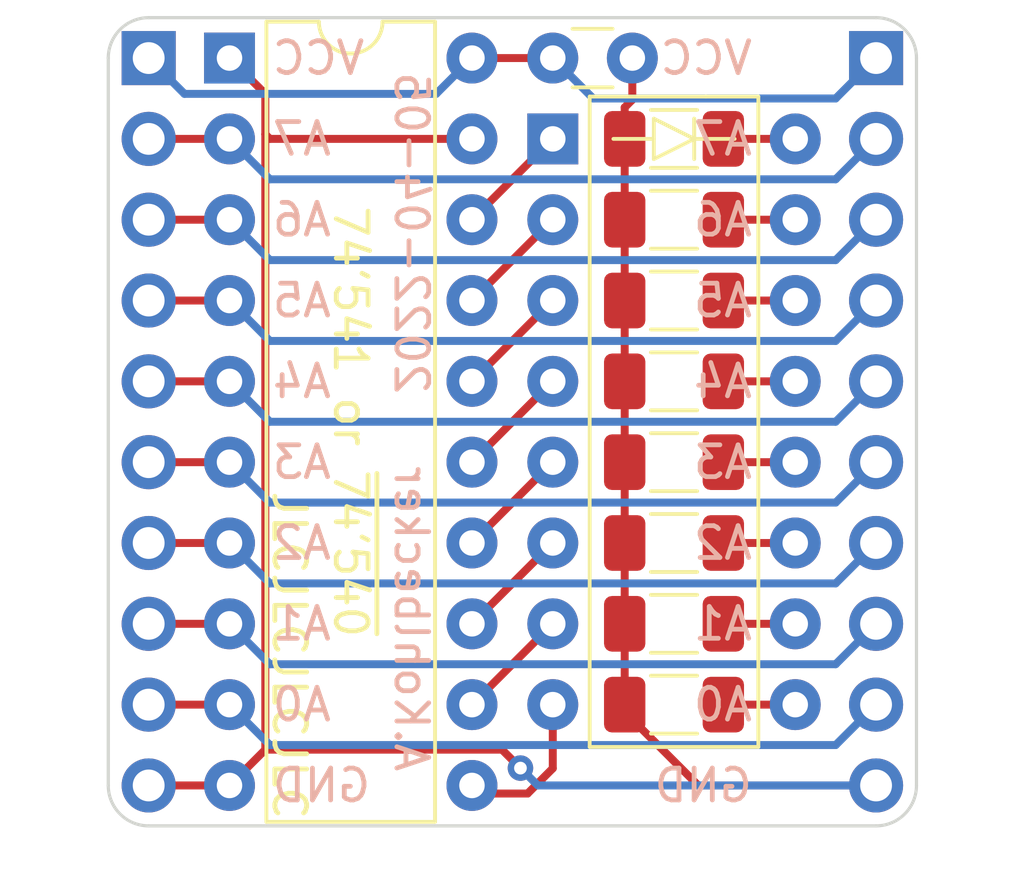
<source format=kicad_pcb>
(kicad_pcb (version 20211014) (generator pcbnew)
  (layers (0 "F.Cu" signal) (31 "B.Cu" signal) (34 "B.Paste" user) (35 "F.Paste" user) (36 "B.SilkS" user "B.Silkscreen") (37 "F.SilkS" user "F.Silkscreen") (38 "B.Mask" user) (39 "F.Mask" user) (44 "Edge.Cuts" user))
  (net 0 "")
  (net 1 "Net-(BAR1-Pad1)")
  (net 2 "Net-(BAR1-Pad9)")
  (net 3 "Net-(BAR1-Pad2)")
  (net 4 "Net-(BAR1-Pad10)")
  (net 5 "Net-(BAR1-Pad3)")
  (net 6 "Net-(BAR1-Pad11)")
  (net 7 "Net-(BAR1-Pad4)")
  (net 8 "Net-(BAR1-Pad12)")
  (net 9 "Net-(BAR1-Pad5)")
  (net 10 "Net-(BAR1-Pad13)")
  (net 11 "Net-(BAR1-Pad6)")
  (net 12 "Net-(BAR1-Pad14)")
  (net 13 "Net-(BAR1-Pad7)")
  (net 14 "Net-(BAR1-Pad15)")
  (net 15 "Net-(BAR1-Pad8)")
  (net 16 "Net-(BAR1-Pad16)")
  (net 17 "VCC")
  (net 18 "GND")
  (net 19 "/A0")
  (net 20 "/A1")
  (net 21 "/A2")
  (net 22 "/A3")
  (net 23 "/A4")
  (net 24 "/A5")
  (net 25 "/A6")
  (net 26 "/A7")
  (footprint "Resistor_SMD:R_1206_3216Metric_Pad1.30x1.75mm_HandSolder" (layer "F.Cu") (at 156.21 142.24 180)
    (fp_text reference "R7" hide)
    (fp_text value "1k")
    (fp_line (start -0.727064 -0.91) (end 0.727064 -0.91) (layer "F.SilkS") (width 0.12))
    (fp_line (start -0.727064 0.91) (end 0.727064 0.91) (layer "F.SilkS") (width 0.12))
    (pad "1" smd roundrect locked (at -1.55 0 180) (size 1.3 1.75) (layers "F.Cu" "F.Paste" "F.Mask") (roundrect_rratio 0.1923076923) (net 4 "Net-(BAR1-Pad10)"))
    (pad "2" smd roundrect locked (at 1.55 0 180) (size 1.3 1.75) (layers "F.Cu" "F.Paste" "F.Mask") (roundrect_rratio 0.1923076923) (net 18 "GND"))
  )
  (footprint "Capacitor_THT:C_Disc_D3.0mm_W1.6mm_P2.50mm" (layer "F.Cu") (at 152.4 124.46)
    (fp_text reference "C1" hide)
    (fp_text value "100n")
    (fp_line (start 0.621 0.92) (end 1.879 0.92) (layer "F.SilkS") (width 0.12))
    (fp_line (start 0.621 -0.92) (end 1.879 -0.92) (layer "F.SilkS") (width 0.12))
    (pad "1" thru_hole circle locked (at 0 0) (size 1.6 1.6) (drill 0.8) (layers *.Cu *.Mask) (net 17 "VCC"))
    (pad "2" thru_hole circle locked (at 2.5 0) (size 1.6 1.6) (drill 0.8) (layers *.Cu *.Mask) (net 18 "GND"))
  )
  (footprint "Package_DIP:DIP-16_W7.62mm" (layer "F.Cu") (at 152.4 127)
    (fp_text reference "BAR1" hide)
    (fp_text value "Yellow")
    (fp_line (start 1.16 -1.33) (end 1.16 19.11) (layer "F.SilkS") (width 0.12))
    (fp_line (start 4.445 0) (end 5.715 0) (layer "F.SilkS") (width 0.12))
    (fp_line (start 4.445 0) (end 4.445 -0.635) (layer "F.SilkS") (width 0.12))
    (fp_line (start 4.81 -1.33) (end 1.16 -1.33) (layer "F.SilkS") (width 0.12))
    (fp_line (start 1.16 19.11) (end 6.46 19.11) (layer "F.SilkS") (width 0.12))
    (fp_line (start 6.46 19.11) (end 6.46 -1.33) (layer "F.SilkS") (width 0.12))
    (fp_line (start 3.175 -0.635) (end 3.175 0.635) (layer "F.SilkS") (width 0.12))
    (fp_line (start 6.46 -1.33) (end 4.81 -1.33) (layer "F.SilkS") (width 0.12))
    (fp_line (start 3.175 0.635) (end 4.445 0) (layer "F.SilkS") (width 0.12))
    (fp_line (start 4.445 -0.635) (end 4.445 0) (layer "F.SilkS") (width 0.12))
    (fp_line (start 3.175 0) (end 1.905 0) (layer "F.SilkS") (width 0.12))
    (fp_line (start 4.445 0) (end 4.445 0.635) (layer "F.SilkS") (width 0.12))
    (fp_line (start 4.445 0) (end 3.175 -0.635) (layer "F.SilkS") (width 0.12))
    (pad "1" thru_hole rect (at 0 0) (size 1.6 1.6) (drill 0.8) (layers *.Cu *.Mask) (net 1 "Net-(BAR1-Pad1)"))
    (pad "2" thru_hole oval (at 0 2.54) (size 1.6 1.6) (drill 0.8) (layers *.Cu *.Mask) (net 3 "Net-(BAR1-Pad2)"))
    (pad "3" thru_hole oval (at 0 5.08) (size 1.6 1.6) (drill 0.8) (layers *.Cu *.Mask) (net 5 "Net-(BAR1-Pad3)"))
    (pad "4" thru_hole oval (at 0 7.62) (size 1.6 1.6) (drill 0.8) (layers *.Cu *.Mask) (net 7 "Net-(BAR1-Pad4)"))
    (pad "5" thru_hole oval (at 0 10.16) (size 1.6 1.6) (drill 0.8) (layers *.Cu *.Mask) (net 9 "Net-(BAR1-Pad5)"))
    (pad "6" thru_hole oval (at 0 12.7) (size 1.6 1.6) (drill 0.8) (layers *.Cu *.Mask) (net 11 "Net-(BAR1-Pad6)"))
    (pad "7" thru_hole oval (at 0 15.24) (size 1.6 1.6) (drill 0.8) (layers *.Cu *.Mask) (net 13 "Net-(BAR1-Pad7)"))
    (pad "8" thru_hole oval (at 0 17.78) (size 1.6 1.6) (drill 0.8) (layers *.Cu *.Mask) (net 15 "Net-(BAR1-Pad8)"))
    (pad "9" thru_hole oval (at 7.62 17.78) (size 1.6 1.6) (drill 0.8) (layers *.Cu *.Mask) (net 2 "Net-(BAR1-Pad9)"))
    (pad "10" thru_hole oval (at 7.62 15.24) (size 1.6 1.6) (drill 0.8) (layers *.Cu *.Mask) (net 4 "Net-(BAR1-Pad10)"))
    (pad "11" thru_hole oval (at 7.62 12.7) (size 1.6 1.6) (drill 0.8) (layers *.Cu *.Mask) (net 6 "Net-(BAR1-Pad11)"))
    (pad "12" thru_hole oval (at 7.62 10.16) (size 1.6 1.6) (drill 0.8) (layers *.Cu *.Mask) (net 8 "Net-(BAR1-Pad12)"))
    (pad "13" thru_hole oval (at 7.62 7.62) (size 1.6 1.6) (drill 0.8) (layers *.Cu *.Mask) (net 10 "Net-(BAR1-Pad13)"))
    (pad "14" thru_hole oval (at 7.62 5.08) (size 1.6 1.6) (drill 0.8) (layers *.Cu *.Mask) (net 12 "Net-(BAR1-Pad14)"))
    (pad "15" thru_hole oval (at 7.62 2.54) (size 1.6 1.6) (drill 0.8) (layers *.Cu *.Mask) (net 14 "Net-(BAR1-Pad15)"))
    (pad "16" thru_hole oval (at 7.62 0) (size 1.6 1.6) (drill 0.8) (layers *.Cu *.Mask) (net 16 "Net-(BAR1-Pad16)"))
  )
  (footprint "Package_DIP:DIP-20_W7.62mm" (layer "F.Cu") (at 142.24 124.46)
    (fp_text reference "U1" hide)
    (fp_text value "74LS541")
    (fp_line (start 2.81 -1.143) (end 1.16 -1.143) (layer "F.SilkS") (width 0.12))
    (fp_line (start 1.16 -1.143) (end 1.16 24.003) (layer "F.SilkS") (width 0.12))
    (fp_line (start 6.46 24.003) (end 6.46 -1.143) (layer "F.SilkS") (width 0.12))
    (fp_line (start 1.16 24.003) (end 6.46 24.003) (layer "F.SilkS") (width 0.12))
    (fp_line (start 6.46 -1.143) (end 4.81 -1.143) (layer "F.SilkS") (width 0.12))
    (fp_arc (start 4.81 -1.143) (mid 3.81 -0.143) (end 2.81 -1.143) (layer "F.SilkS") (width 0.12))
    (pad "1" thru_hole rect (at 0 0) (size 1.6 1.6) (drill 0.8) (layers *.Cu *.Mask) (net 18 "GND"))
    (pad "2" thru_hole oval (at 0 2.54) (size 1.6 1.6) (drill 0.8) (layers *.Cu *.Mask) (net 19 "/A0"))
    (pad "3" thru_hole oval (at 0 5.08) (size 1.6 1.6) (drill 0.8) (layers *.Cu *.Mask) (net 20 "/A1"))
    (pad "4" thru_hole oval (at 0 7.62) (size 1.6 1.6) (drill 0.8) (layers *.Cu *.Mask) (net 21 "/A2"))
    (pad "5" thru_hole oval (at 0 10.16) (size 1.6 1.6) (drill 0.8) (layers *.Cu *.Mask) (net 22 "/A3"))
    (pad "6" thru_hole oval (at 0 12.7) (size 1.6 1.6) (drill 0.8) (layers *.Cu *.Mask) (net 23 "/A4"))
    (pad "7" thru_hole oval (at 0 15.24) (size 1.6 1.6) (drill 0.8) (layers *.Cu *.Mask) (net 24 "/A5"))
    (pad "8" thru_hole oval (at 0 17.78) (size 1.6 1.6) (drill 0.8) (layers *.Cu *.Mask) (net 25 "/A6"))
    (pad "9" thru_hole oval (at 0 20.32) (size 1.6 1.6) (drill 0.8) (layers *.Cu *.Mask) (net 26 "/A7"))
    (pad "10" thru_hole oval (at 0 22.86) (size 1.6 1.6) (drill 0.8) (layers *.Cu *.Mask) (net 18 "GND"))
    (pad "11" thru_hole oval (at 7.62 22.86) (size 1.6 1.6) (drill 0.8) (layers *.Cu *.Mask) (net 15 "Net-(BAR1-Pad8)"))
    (pad "12" thru_hole oval (at 7.62 20.32) (size 1.6 1.6) (drill 0.8) (layers *.Cu *.Mask) (net 13 "Net-(BAR1-Pad7)"))
    (pad "13" thru_hole oval (at 7.62 17.78) (size 1.6 1.6) (drill 0.8) (layers *.Cu *.Mask) (net 11 "Net-(BAR1-Pad6)"))
    (pad "14" thru_hole oval (at 7.62 15.24) (size 1.6 1.6) (drill 0.8) (layers *.Cu *.Mask) (net 9 "Net-(BAR1-Pad5)"))
    (pad "15" thru_hole oval (at 7.62 12.7) (size 1.6 1.6) (drill 0.8) (layers *.Cu *.Mask) (net 7 "Net-(BAR1-Pad4)"))
    (pad "16" thru_hole oval (at 7.62 10.16) (size 1.6 1.6) (drill 0.8) (layers *.Cu *.Mask) (net 5 "Net-(BAR1-Pad3)"))
    (pad "17" thru_hole oval (at 7.62 7.62) (size 1.6 1.6) (drill 0.8) (layers *.Cu *.Mask) (net 3 "Net-(BAR1-Pad2)"))
    (pad "18" thru_hole oval (at 7.62 5.08) (size 1.6 1.6) (drill 0.8) (layers *.Cu *.Mask) (net 1 "Net-(BAR1-Pad1)"))
    (pad "19" thru_hole oval (at 7.62 2.54) (size 1.6 1.6) (drill 0.8) (layers *.Cu *.Mask) (net 18 "GND"))
    (pad "20" thru_hole oval (at 7.62 0) (size 1.6 1.6) (drill 0.8) (layers *.Cu *.Mask) (net 17 "VCC"))
  )
  (footprint "Resistor_SMD:R_1206_3216Metric_Pad1.30x1.75mm_HandSolder" (layer "F.Cu") (at 156.21 144.78 180)
    (fp_text reference "R8" hide)
    (fp_text value "1k")
    (fp_line (start -0.727064 -0.91) (end 0.727064 -0.91) (layer "F.SilkS") (width 0.12))
    (fp_line (start -0.727064 0.91) (end 0.727064 0.91) (layer "F.SilkS") (width 0.12))
    (pad "1" smd roundrect locked (at -1.55 0 180) (size 1.3 1.75) (layers "F.Cu" "F.Paste" "F.Mask") (roundrect_rratio 0.1923076923) (net 2 "Net-(BAR1-Pad9)"))
    (pad "2" smd roundrect locked (at 1.55 0 180) (size 1.3 1.75) (layers "F.Cu" "F.Paste" "F.Mask") (roundrect_rratio 0.1923076923) (net 18 "GND"))
  )
  (footprint "Resistor_SMD:R_1206_3216Metric_Pad1.30x1.75mm_HandSolder" (layer "F.Cu") (at 156.21 139.7 180)
    (fp_text reference "R6" hide)
    (fp_text value "1k")
    (fp_line (start -0.727064 -0.91) (end 0.727064 -0.91) (layer "F.SilkS") (width 0.12))
    (fp_line (start -0.727064 0.91) (end 0.727064 0.91) (layer "F.SilkS") (width 0.12))
    (pad "1" smd roundrect locked (at -1.55 0 180) (size 1.3 1.75) (layers "F.Cu" "F.Paste" "F.Mask") (roundrect_rratio 0.1923076923) (net 6 "Net-(BAR1-Pad11)"))
    (pad "2" smd roundrect locked (at 1.55 0 180) (size 1.3 1.75) (layers "F.Cu" "F.Paste" "F.Mask") (roundrect_rratio 0.1923076923) (net 18 "GND"))
  )
  (footprint "Resistor_SMD:R_1206_3216Metric_Pad1.30x1.75mm_HandSolder" (layer "F.Cu") (at 156.21 137.16 180)
    (fp_text reference "R5" hide)
    (fp_text value "1k")
    (fp_line (start -0.727064 0.91) (end 0.727064 0.91) (layer "F.SilkS") (width 0.12))
    (fp_line (start -0.727064 -0.91) (end 0.727064 -0.91) (layer "F.SilkS") (width 0.12))
    (pad "1" smd roundrect locked (at -1.55 0 180) (size 1.3 1.75) (layers "F.Cu" "F.Paste" "F.Mask") (roundrect_rratio 0.1923076923) (net 8 "Net-(BAR1-Pad12)"))
    (pad "2" smd roundrect locked (at 1.55 0 180) (size 1.3 1.75) (layers "F.Cu" "F.Paste" "F.Mask") (roundrect_rratio 0.1923076923) (net 18 "GND"))
  )
  (footprint "Resistor_SMD:R_1206_3216Metric_Pad1.30x1.75mm_HandSolder" (layer "F.Cu") (at 156.21 127 180)
    (fp_text reference "R1" hide)
    (fp_text value "1k")
    (fp_line (start -0.727064 0.91) (end 0.727064 0.91) (layer "F.SilkS") (width 0.12))
    (fp_line (start -0.727064 -0.91) (end 0.727064 -0.91) (layer "F.SilkS") (width 0.12))
    (pad "1" smd roundrect locked (at -1.55 0 180) (size 1.3 1.75) (layers "F.Cu" "F.Paste" "F.Mask") (roundrect_rratio 0.1923076923) (net 16 "Net-(BAR1-Pad16)"))
    (pad "2" smd roundrect locked (at 1.55 0 180) (size 1.3 1.75) (layers "F.Cu" "F.Paste" "F.Mask") (roundrect_rratio 0.1923076923) (net 18 "GND"))
  )
  (footprint "Resistor_SMD:R_1206_3216Metric_Pad1.30x1.75mm_HandSolder" (layer "F.Cu") (at 156.21 129.54 180)
    (fp_text reference "R2" hide)
    (fp_text value "1k")
    (fp_line (start -0.727064 0.91) (end 0.727064 0.91) (layer "F.SilkS") (width 0.12))
    (fp_line (start -0.727064 -0.91) (end 0.727064 -0.91) (layer "F.SilkS") (width 0.12))
    (pad "1" smd roundrect locked (at -1.55 0 180) (size 1.3 1.75) (layers "F.Cu" "F.Paste" "F.Mask") (roundrect_rratio 0.1923076923) (net 14 "Net-(BAR1-Pad15)"))
    (pad "2" smd roundrect locked (at 1.55 0 180) (size 1.3 1.75) (layers "F.Cu" "F.Paste" "F.Mask") (roundrect_rratio 0.1923076923) (net 18 "GND"))
  )
  (footprint "Resistor_SMD:R_1206_3216Metric_Pad1.30x1.75mm_HandSolder" (layer "F.Cu") (at 156.21 132.08 180)
    (fp_text reference "R3" hide)
    (fp_text value "1k")
    (fp_line (start -0.727064 -0.91) (end 0.727064 -0.91) (layer "F.SilkS") (width 0.12))
    (fp_line (start -0.727064 0.91) (end 0.727064 0.91) (layer "F.SilkS") (width 0.12))
    (pad "1" smd roundrect locked (at -1.55 0 180) (size 1.3 1.75) (layers "F.Cu" "F.Paste" "F.Mask") (roundrect_rratio 0.1923076923) (net 12 "Net-(BAR1-Pad14)"))
    (pad "2" smd roundrect locked (at 1.55 0 180) (size 1.3 1.75) (layers "F.Cu" "F.Paste" "F.Mask") (roundrect_rratio 0.1923076923) (net 18 "GND"))
  )
  (footprint "Resistor_SMD:R_1206_3216Metric_Pad1.30x1.75mm_HandSolder" (layer "F.Cu") (at 156.21 134.62 180)
    (fp_text reference "R4" hide)
    (fp_text value "1k")
    (fp_line (start -0.727064 0.91) (end 0.727064 0.91) (layer "F.SilkS") (width 0.12))
    (fp_line (start -0.727064 -0.91) (end 0.727064 -0.91) (layer "F.SilkS") (width 0.12))
    (pad "1" smd roundrect locked (at -1.55 0 180) (size 1.3 1.75) (layers "F.Cu" "F.Paste" "F.Mask") (roundrect_rratio 0.1923076923) (net 10 "Net-(BAR1-Pad13)"))
    (pad "2" smd roundrect locked (at 1.55 0 180) (size 1.3 1.75) (layers "F.Cu" "F.Paste" "F.Mask") (roundrect_rratio 0.1923076923) (net 18 "GND"))
  )
  (footprint "Connector_PinHeader_2.54mm:PinHeader_1x10_P2.54mm_Vertical" (layer "B.Cu") (at 139.7 124.46 180)
    (fp_text reference "J1" hide)
    (fp_text value "Conn_01x10")
    (pad "1" thru_hole rect (at 0 0 180) (size 1.7 1.7) (drill 1) (layers *.Cu *.Mask) (net 17 "VCC"))
    (pad "2" thru_hole oval (at 0 -2.54 180) (size 1.7 1.7) (drill 1) (layers *.Cu *.Mask) (net 19 "/A0"))
    (pad "3" thru_hole oval (at 0 -5.08 180) (size 1.7 1.7) (drill 1) (layers *.Cu *.Mask) (net 20 "/A1"))
    (pad "4" thru_hole oval (at 0 -7.62 180) (size 1.7 1.7) (drill 1) (layers *.Cu *.Mask) (net 21 "/A2"))
    (pad "5" thru_hole oval (at 0 -10.16 180) (size 1.7 1.7) (drill 1) (layers *.Cu *.Mask) (net 22 "/A3"))
    (pad "6" thru_hole oval (at 0 -12.7 180) (size 1.7 1.7) (drill 1) (layers *.Cu *.Mask) (net 23 "/A4"))
    (pad "7" thru_hole oval (at 0 -15.24 180) (size 1.7 1.7) (drill 1) (layers *.Cu *.Mask) (net 24 "/A5"))
    (pad "8" thru_hole oval (at 0 -17.78 180) (size 1.7 1.7) (drill 1) (layers *.Cu *.Mask) (net 25 "/A6"))
    (pad "9" thru_hole oval (at 0 -20.32 180) (size 1.7 1.7) (drill 1) (layers *.Cu *.Mask) (net 26 "/A7"))
    (pad "10" thru_hole oval (at 0 -22.86 180) (size 1.7 1.7) (drill 1) (layers *.Cu *.Mask) (net 18 "GND"))
  )
  (footprint "Connector_PinHeader_2.54mm:PinHeader_1x10_P2.54mm_Vertical" (layer "B.Cu") (at 162.56 124.46 180)
    (fp_text reference "J2" hide)
    (fp_text value "Conn_01x10")
    (pad "1" thru_hole rect (at 0 0 180) (size 1.7 1.7) (drill 1) (layers *.Cu *.Mask) (net 17 "VCC"))
    (pad "2" thru_hole oval (at 0 -2.54 180) (size 1.7 1.7) (drill 1) (layers *.Cu *.Mask) (net 19 "/A0"))
    (pad "3" thru_hole oval (at 0 -5.08 180) (size 1.7 1.7) (drill 1) (layers *.Cu *.Mask) (net 20 "/A1"))
    (pad "4" thru_hole oval (at 0 -7.62 180) (size 1.7 1.7) (drill 1) (layers *.Cu *.Mask) (net 21 "/A2"))
    (pad "5" thru_hole oval (at 0 -10.16 180) (size 1.7 1.7) (drill 1) (layers *.Cu *.Mask) (net 22 "/A3"))
    (pad "6" thru_hole oval (at 0 -12.7 180) (size 1.7 1.7) (drill 1) (layers *.Cu *.Mask) (net 23 "/A4"))
    (pad "7" thru_hole oval (at 0 -15.24 180) (size 1.7 1.7) (drill 1) (layers *.Cu *.Mask) (net 24 "/A5"))
    (pad "8" thru_hole oval (at 0 -17.78 180) (size 1.7 1.7) (drill 1) (layers *.Cu *.Mask) (net 25 "/A6"))
    (pad "9" thru_hole oval (at 0 -20.32 180) (size 1.7 1.7) (drill 1) (layers *.Cu *.Mask) (net 26 "/A7"))
    (pad "10" thru_hole oval (at 0 -22.86 180) (size 1.7 1.7) (drill 1) (layers *.Cu *.Mask) (net 18 "GND"))
  )
  (gr_line (start 138.43 147.32) (end 138.43 124.46) (layer "Edge.Cuts") (width 0.1))
  (gr_arc (start 139.7 148.59) (mid 138.801974 148.218026) (end 138.43 147.32) (layer "Edge.Cuts") (width 0.1))
  (gr_arc (start 162.56 123.19) (mid 163.458026 123.561974) (end 163.83 124.46) (layer "Edge.Cuts") (width 0.1))
  (gr_line (start 162.56 148.59) (end 139.7 148.59) (layer "Edge.Cuts") (width 0.1))
  (gr_line (start 139.7 123.19) (end 162.56 123.19) (layer "Edge.Cuts") (width 0.1))
  (gr_line (start 163.83 124.46) (end 163.83 147.32) (layer "Edge.Cuts") (width 0.1))
  (gr_arc (start 138.43 124.46) (mid 138.801974 123.561974) (end 139.7 123.19) (layer "Edge.Cuts") (width 0.1))
  (gr_arc (start 163.83 147.32) (mid 163.458026 148.218026) (end 162.56 148.59) (layer "Edge.Cuts") (width 0.1))
  (gr_text "GND" (at 143.51 147.32) (layer "B.SilkS") (effects (font (size 1 1)) (justify right mirror)))
  (gr_text "A7" (at 143.51 127) (layer "B.SilkS") (effects (font (size 1 1)) (justify right mirror)))
  (gr_text "A.Kohlbecker   2022-04-05" (at 147.955 135.89 270) (layer "B.SilkS") (effects (font (size 1 1)) (justify mirror)))
  (gr_text "A5" (at 143.51 132.08) (layer "B.SilkS") (effects (font (size 1 1)) (justify right mirror)))
  (gr_text "VCC" (at 143.51 124.46) (layer "B.SilkS") (effects (font (size 1 1)) (justify right mirror)))
  (gr_text "A3" (at 158.75 137.16) (layer "B.SilkS") (effects (font (size 1 1)) (justify left mirror)))
  (gr_text "A0" (at 143.51 144.78) (layer "B.SilkS") (effects (font (size 1 1)) (justify right mirror)))
  (gr_text "A7" (at 158.75 127) (layer "B.SilkS") (effects (font (size 1 1)) (justify left mirror)))
  (gr_text "GND" (at 158.75 147.32) (layer "B.SilkS") (effects (font (size 1 1)) (justify left mirror)))
  (gr_text "A6" (at 143.51 129.54) (layer "B.SilkS") (effects (font (size 1 1)) (justify right mirror)))
  (gr_text "A1" (at 143.51 142.24) (layer "B.SilkS") (effects (font (size 1 1)) (justify right mirror)))
  (gr_text "A1" (at 158.75 142.24) (layer "B.SilkS") (effects (font (size 1 1)) (justify left mirror)))
  (gr_text "A4" (at 143.51 134.62) (layer "B.SilkS") (effects (font (size 1 1)) (justify right mirror)))
  (gr_text "VCC" (at 158.75 124.46) (layer "B.SilkS") (effects (font (size 1 1)) (justify left mirror)))
  (gr_text "A2" (at 143.51 139.7) (layer "B.SilkS") (effects (font (size 1 1)) (justify right mirror)))
  (gr_text "A5" (at 158.75 132.08) (layer "B.SilkS") (effects (font (size 1 1)) (justify left mirror)))
  (gr_text "A6" (at 158.75 129.54) (layer "B.SilkS") (effects (font (size 1 1)) (justify left mirror)))
  (gr_text "A0" (at 158.75 144.78) (layer "B.SilkS") (effects (font (size 1 1)) (justify left mirror)))
  (gr_text "A2" (at 158.75 139.7) (layer "B.SilkS") (effects (font (size 1 1)) (justify left mirror)))
  (gr_text "A4" (at 158.75 134.62) (layer "B.SilkS") (effects (font (size 1 1)) (justify left mirror)))
  (gr_text "A3" (at 143.51 137.16) (layer "B.SilkS") (effects (font (size 1 1)) (justify right mirror)))
  (gr_text "74'541 or ~{74'540}" (at 146.05 135.89 270) (layer "F.SilkS") (effects (font (size 1 1))))
  (gr_text "JLCJLCJLCJLC" (at 144.1196 143.2306 270) (layer "F.SilkS") (effects (font (size 1 1))))
  (segment (start 149.86 129.54) (end 152.4 127) (width 0.25) (layer "F.Cu") (net 1))
  (segment (start 157.76 144.78) (end 160.02 144.78) (width 0.25) (layer "F.Cu") (net 2))
  (segment (start 149.86 132.08) (end 152.4 129.54) (width 0.25) (layer "F.Cu") (net 3))
  (segment (start 157.76 142.24) (end 160.02 142.24) (width 0.25) (layer "F.Cu") (net 4))
  (segment (start 149.86 134.62) (end 152.4 132.08) (width 0.25) (layer "F.Cu") (net 5))
  (segment (start 160.02 139.7) (end 157.76 139.7) (width 0.25) (layer "F.Cu") (net 6))
  (segment (start 149.86 137.16) (end 152.4 134.62) (width 0.25) (layer "F.Cu") (net 7))
  (segment (start 157.76 137.16) (end 160.02 137.16) (width 0.25) (layer "F.Cu") (net 8))
  (segment (start 149.86 139.7) (end 152.4 137.16) (width 0.25) (layer "F.Cu") (net 9))
  (segment (start 160.02 134.62) (end 157.76 134.62) (width 0.25) (layer "F.Cu") (net 10))
  (segment (start 149.86 142.24) (end 152.4 139.7) (width 0.25) (layer "F.Cu") (net 11))
  (segment (start 157.76 132.08) (end 160.02 132.08) (width 0.25) (layer "F.Cu") (net 12))
  (segment (start 149.86 144.78) (end 152.4 142.24) (width 0.25) (layer "F.Cu") (net 13))
  (segment (start 157.76 129.54) (end 160.02 129.54) (width 0.25) (layer "F.Cu") (net 14))
  (segment (start 151.609098 147.574) (end 152.4 146.783098) (width 0.25) (layer "F.Cu") (net 15))
  (segment (start 149.86 147.32) (end 150.114 147.574) (width 0.25) (layer "F.Cu") (net 15))
  (segment (start 150.114 147.574) (end 151.609098 147.574) (width 0.25) (layer "F.Cu") (net 15))
  (segment (start 152.4 146.783098) (end 152.4 144.78) (width 0.25) (layer "F.Cu") (net 15))
  (segment (start 157.76 127) (end 160.02 127) (width 0.25) (layer "F.Cu") (net 16))
  (segment (start 149.86 124.46) (end 152.4 124.46) (width 0.25) (layer "F.Cu") (net 17))
  (segment (start 162.56 124.46) (end 161.29 125.73) (width 0.25) (layer "B.Cu") (net 17))
  (segment (start 140.825 125.585) (end 148.735 125.585) (width 0.25) (layer "B.Cu") (net 17))
  (segment (start 153.67 125.73) (end 152.4 124.46) (width 0.25) (layer "B.Cu") (net 17))
  (segment (start 139.7 124.46) (end 140.825 125.585) (width 0.25) (layer "B.Cu") (net 17))
  (segment (start 148.735 125.585) (end 149.86 124.46) (width 0.25) (layer "B.Cu") (net 17))
  (segment (start 161.29 125.73) (end 153.67 125.73) (width 0.25) (layer "B.Cu") (net 17))
  (segment (start 143.365 125.585) (end 142.24 124.46) (width 0.25) (layer "F.Cu") (net 18))
  (segment (start 150.8045 146.195) (end 151.384 146.7745) (width 0.25) (layer "F.Cu") (net 18))
  (segment (start 143.365 126.855) (end 143.365 125.585) (width 0.25) (layer "F.Cu") (net 18))
  (segment (start 143.365 146.195) (end 150.8045 146.195) (width 0.25) (layer "F.Cu") (net 18))
  (segment (start 154.9 124.46) (end 154.9 125.77) (width 0.25) (layer "F.Cu") (net 18))
  (segment (start 139.7 147.32) (end 142.24 147.32) (width 0.25) (layer "F.Cu") (net 18))
  (segment (start 143.365 126.855) (end 143.51 127) (width 0.25) (layer "F.Cu") (net 18))
  (segment (start 154.66 127) (end 154.66 126.01) (width 0.25) (layer "F.Cu") (net 18))
  (segment (start 154.66 127) (end 154.66 144.78) (width 0.25) (layer "F.Cu") (net 18))
  (segment (start 156.972 147.32) (end 154.66 145.008) (width 0.25) (layer "F.Cu") (net 18))
  (segment (start 143.365 146.195) (end 143.365 126.855) (width 0.25) (layer "F.Cu") (net 18))
  (segment (start 154.66 145.008) (end 154.66 144.78) (width 0.25) (layer "F.Cu") (net 18))
  (segment (start 162.56 147.32) (end 156.972 147.32) (width 0.25) (layer "F.Cu") (net 18))
  (segment (start 154.9 125.77) (end 154.66 126.01) (width 0.25) (layer "F.Cu") (net 18))
  (segment (start 143.51 127) (end 149.86 127) (width 0.25) (layer "F.Cu") (net 18))
  (segment (start 142.24 147.32) (end 143.365 146.195) (width 0.25) (layer "F.Cu") (net 18))
  (via (at 151.384 146.7745) (size 0.8) (drill 0.4) (layers "F.Cu" "B.Cu") (net 18))
  (segment (start 162.56 147.32) (end 151.9295 147.32) (width 0.25) (layer "B.Cu") (net 18))
  (segment (start 151.9295 147.32) (end 151.384 146.7745) (width 0.25) (layer "B.Cu") (net 18))
  (segment (start 139.7 127) (end 142.24 127) (width 0.25) (layer "F.Cu") (net 19))
  (segment (start 161.29 128.27) (end 143.51 128.27) (width 0.25) (layer "B.Cu") (net 19))
  (segment (start 162.56 127) (end 161.29 128.27) (width 0.25) (layer "B.Cu") (net 19))
  (segment (start 143.51 128.27) (end 142.24 127) (width 0.25) (layer "B.Cu") (net 19))
  (segment (start 142.24 129.54) (end 139.7 129.54) (width 0.25) (layer "F.Cu") (net 20))
  (segment (start 162.56 129.54) (end 161.29 130.81) (width 0.25) (layer "B.Cu") (net 20))
  (segment (start 161.29 130.81) (end 143.51 130.81) (width 0.25) (layer "B.Cu") (net 20))
  (segment (start 143.51 130.81) (end 142.24 129.54) (width 0.25) (layer "B.Cu") (net 20))
  (segment (start 139.7 132.08) (end 142.24 132.08) (width 0.25) (layer "F.Cu") (net 21))
  (segment (start 162.56 132.08) (end 161.29 133.35) (width 0.25) (layer "B.Cu") (net 21))
  (segment (start 143.51 133.35) (end 142.24 132.08) (width 0.25) (layer "B.Cu") (net 21))
  (segment (start 161.29 133.35) (end 143.51 133.35) (width 0.25) (layer "B.Cu") (net 21))
  (segment (start 142.24 134.62) (end 139.7 134.62) (width 0.25) (layer "F.Cu") (net 22))
  (segment (start 143.51 135.89) (end 161.29 135.89) (width 0.25) (layer "B.Cu") (net 22))
  (segment (start 142.24 134.62) (end 143.51 135.89) (width 0.25) (layer "B.Cu") (net 22))
  (segment (start 161.29 135.89) (end 162.56 134.62) (width 0.25) (layer "B.Cu") (net 22))
  (segment (start 139.7 137.16) (end 142.24 137.16) (width 0.25) (layer "F.Cu") (net 23))
  (segment (start 162.56 137.16) (end 161.29 138.43) (width 0.25) (layer "B.Cu") (net 23))
  (segment (start 143.51 138.43) (end 142.24 137.16) (width 0.25) (layer "B.Cu") (net 23))
  (segment (start 161.29 138.43) (end 143.51 138.43) (width 0.25) (layer "B.Cu") (net 23))
  (segment (start 142.24 139.7) (end 139.7 139.7) (width 0.25) (layer "F.Cu") (net 24))
  (segment (start 162.56 139.7) (end 161.29 140.97) (width 0.25) (layer "B.Cu") (net 24))
  (segment (start 161.29 140.97) (end 143.51 140.97) (width 0.25) (layer "B.Cu") (net 24))
  (segment (start 143.51 140.97) (end 142.24 139.7) (width 0.25) (layer "B.Cu") (net 24))
  (segment (start 139.7 142.24) (end 142.24 142.24) (width 0.25) (layer "F.Cu") (net 25))
  (segment (start 143.51 143.51) (end 142.24 142.24) (width 0.25) (layer "B.Cu") (net 25))
  (segment (start 161.29 143.51) (end 143.51 143.51) (width 0.25) (layer "B.Cu") (net 25))
  (segment (start 162.56 142.24) (end 161.29 143.51) (width 0.25) (layer "B.Cu") (net 25))
  (segment (start 142.24 144.78) (end 139.7 144.78) (width 0.25) (layer "F.Cu") (net 26))
  (segment (start 143.51 146.05) (end 142.24 144.78) (width 0.25) (layer "B.Cu") (net 26))
  (segment (start 162.56 144.78) (end 161.29 146.05) (width 0.25) (layer "B.Cu") (net 26))
  (segment (start 161.29 146.05) (end 143.51 146.05) (width 0.25) (layer "B.Cu") (net 26))
)
</source>
